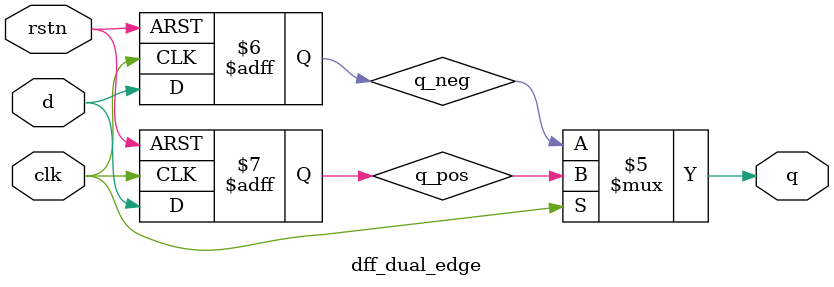
<source format=sv>
module dff_dual_edge (
    input clk, rstn,
    input d,
    output q
);
reg q_pos, q_neg;

// Positive edge FF
always @(posedge clk or negedge rstn) begin
    if (!rstn) q_pos <= 0;
    else       q_pos <= d;
end

// Negative edge FF
always @(negedge clk or negedge rstn) begin
    if (!rstn) q_neg <= 0;
    else       q_neg <= d;
end

// Output one of the flip-flops depending on the clock
assign q = clk ? q_pos : q_neg;
endmodule
</source>
